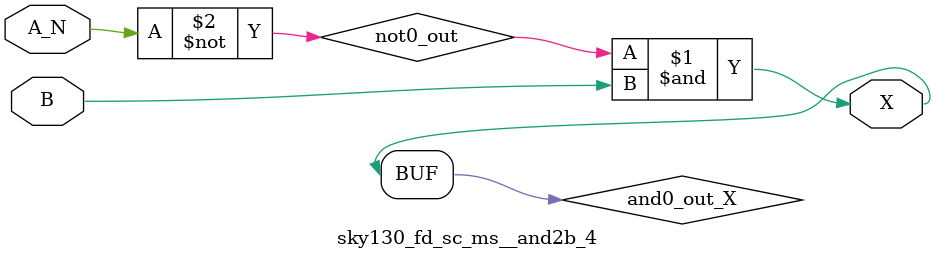
<source format=v>
/*
 * Copyright 2020 The SkyWater PDK Authors
 *
 * Licensed under the Apache License, Version 2.0 (the "License");
 * you may not use this file except in compliance with the License.
 * You may obtain a copy of the License at
 *
 *     https://www.apache.org/licenses/LICENSE-2.0
 *
 * Unless required by applicable law or agreed to in writing, software
 * distributed under the License is distributed on an "AS IS" BASIS,
 * WITHOUT WARRANTIES OR CONDITIONS OF ANY KIND, either express or implied.
 * See the License for the specific language governing permissions and
 * limitations under the License.
 *
 * SPDX-License-Identifier: Apache-2.0
*/


`ifndef SKY130_FD_SC_MS__AND2B_4_FUNCTIONAL_V
`define SKY130_FD_SC_MS__AND2B_4_FUNCTIONAL_V

/**
 * and2b: 2-input AND, first input inverted.
 *
 * Verilog simulation functional model.
 */

`timescale 1ns / 1ps
`default_nettype none

`celldefine
module sky130_fd_sc_ms__and2b_4 (
    X  ,
    A_N,
    B
);

    // Module ports
    output X  ;
    input  A_N;
    input  B  ;

    // Local signals
    wire not0_out  ;
    wire and0_out_X;

    //  Name  Output      Other arguments
    not not0 (not0_out  , A_N            );
    and and0 (and0_out_X, not0_out, B    );
    buf buf0 (X         , and0_out_X     );

endmodule
`endcelldefine

`default_nettype wire
`endif  // SKY130_FD_SC_MS__AND2B_4_FUNCTIONAL_V

</source>
